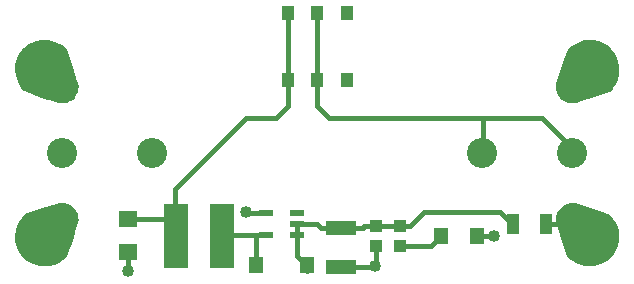
<source format=gbr>
G04 EAGLE Gerber RS-274X export*
G75*
%MOMM*%
%FSLAX34Y34*%
%LPD*%
%INTop Copper*%
%IPPOS*%
%AMOC8*
5,1,8,0,0,1.08239X$1,22.5*%
G01*
%ADD10R,1.270000X1.470000*%
%ADD11R,2.150000X5.500000*%
%ADD12R,2.500000X1.200000*%
%ADD13R,1.600000X1.400000*%
%ADD14R,1.000000X1.100000*%
%ADD15C,2.552700*%
%ADD16R,1.200000X1.400000*%
%ADD17C,3.810000*%
%ADD18R,1.200000X0.550000*%
%ADD19R,1.000000X1.150000*%
%ADD20R,1.000000X1.800000*%
%ADD21C,0.406400*%
%ADD22C,1.016000*%

G36*
X233955Y-95601D02*
X233955Y-95601D01*
X234047Y-95584D01*
X234113Y-95581D01*
X237975Y-94778D01*
X238063Y-94746D01*
X238128Y-94734D01*
X241818Y-93336D01*
X241900Y-93291D01*
X241962Y-93268D01*
X245387Y-91311D01*
X245461Y-91254D01*
X245519Y-91221D01*
X248596Y-88752D01*
X248689Y-88653D01*
X248748Y-88602D01*
X251189Y-85605D01*
X251238Y-85525D01*
X251280Y-85474D01*
X253223Y-82132D01*
X253257Y-82047D01*
X253278Y-82017D01*
X253281Y-82007D01*
X253292Y-81988D01*
X254688Y-78383D01*
X254709Y-78292D01*
X254734Y-78230D01*
X255549Y-74452D01*
X255556Y-74358D01*
X255570Y-74294D01*
X255784Y-70434D01*
X255776Y-70341D01*
X255781Y-70275D01*
X255388Y-66429D01*
X255366Y-66338D01*
X255360Y-66272D01*
X254371Y-62535D01*
X254334Y-62449D01*
X254318Y-62384D01*
X252756Y-58848D01*
X252707Y-58768D01*
X252681Y-58708D01*
X250585Y-55459D01*
X250524Y-55388D01*
X250489Y-55332D01*
X247911Y-52451D01*
X247867Y-52415D01*
X247830Y-52371D01*
X247776Y-52336D01*
X247759Y-52320D01*
X247751Y-52317D01*
X247694Y-52268D01*
X247604Y-52228D01*
X247546Y-52192D01*
X239712Y-48916D01*
X239671Y-48905D01*
X239642Y-48890D01*
X231587Y-46200D01*
X231546Y-46193D01*
X231515Y-46179D01*
X223396Y-44119D01*
X221417Y-43103D01*
X221349Y-43080D01*
X221299Y-43054D01*
X221280Y-43051D01*
X221248Y-43035D01*
X219010Y-42357D01*
X218901Y-42340D01*
X218831Y-42320D01*
X216507Y-42053D01*
X216397Y-42056D01*
X216325Y-42048D01*
X213991Y-42202D01*
X213883Y-42224D01*
X213810Y-42230D01*
X211542Y-42799D01*
X211440Y-42840D01*
X211369Y-42859D01*
X209239Y-43824D01*
X209146Y-43883D01*
X209080Y-43914D01*
X207157Y-45246D01*
X207076Y-45320D01*
X207017Y-45363D01*
X205363Y-47017D01*
X205297Y-47104D01*
X205246Y-47157D01*
X203914Y-49080D01*
X203865Y-49178D01*
X203824Y-49239D01*
X202859Y-51369D01*
X202828Y-51475D01*
X202799Y-51542D01*
X202230Y-53810D01*
X202219Y-53920D01*
X202202Y-53991D01*
X202048Y-56325D01*
X202057Y-56434D01*
X202053Y-56507D01*
X202264Y-58343D01*
X202264Y-58344D01*
X202320Y-58831D01*
X202347Y-58937D01*
X202357Y-59010D01*
X203035Y-61248D01*
X203081Y-61348D01*
X203103Y-61417D01*
X204121Y-63401D01*
X207277Y-75363D01*
X207295Y-75406D01*
X207302Y-75443D01*
X211464Y-87210D01*
X211502Y-87283D01*
X211531Y-87359D01*
X211564Y-87401D01*
X211596Y-87462D01*
X211690Y-87561D01*
X211739Y-87623D01*
X214659Y-90276D01*
X214736Y-90328D01*
X214785Y-90373D01*
X218084Y-92537D01*
X218169Y-92576D01*
X218224Y-92613D01*
X221820Y-94234D01*
X221910Y-94260D01*
X221970Y-94288D01*
X225777Y-95326D01*
X225869Y-95337D01*
X225933Y-95355D01*
X229855Y-95785D01*
X229948Y-95782D01*
X230014Y-95790D01*
X233955Y-95601D01*
G37*
G36*
X-213991Y42202D02*
X-213991Y42202D01*
X-213883Y42224D01*
X-213810Y42230D01*
X-211542Y42799D01*
X-211440Y42840D01*
X-211369Y42859D01*
X-209239Y43824D01*
X-209146Y43883D01*
X-209080Y43914D01*
X-207157Y45246D01*
X-207076Y45320D01*
X-207017Y45363D01*
X-205363Y47017D01*
X-205297Y47104D01*
X-205246Y47157D01*
X-203914Y49080D01*
X-203865Y49178D01*
X-203824Y49239D01*
X-202859Y51369D01*
X-202828Y51475D01*
X-202799Y51542D01*
X-202230Y53810D01*
X-202219Y53920D01*
X-202202Y53991D01*
X-202048Y56325D01*
X-202057Y56434D01*
X-202053Y56507D01*
X-202320Y58831D01*
X-202347Y58937D01*
X-202357Y59010D01*
X-203035Y61248D01*
X-203081Y61348D01*
X-203103Y61417D01*
X-204121Y63401D01*
X-207277Y75363D01*
X-207295Y75406D01*
X-207302Y75443D01*
X-211464Y87210D01*
X-211502Y87283D01*
X-211531Y87359D01*
X-211564Y87401D01*
X-211596Y87462D01*
X-211690Y87561D01*
X-211739Y87623D01*
X-214659Y90276D01*
X-214736Y90328D01*
X-214785Y90373D01*
X-218084Y92537D01*
X-218169Y92576D01*
X-218224Y92613D01*
X-221820Y94234D01*
X-221910Y94260D01*
X-221970Y94288D01*
X-225777Y95326D01*
X-225869Y95337D01*
X-225933Y95355D01*
X-229855Y95785D01*
X-229948Y95782D01*
X-230014Y95790D01*
X-233955Y95601D01*
X-234047Y95584D01*
X-234113Y95581D01*
X-237975Y94778D01*
X-238063Y94746D01*
X-238128Y94734D01*
X-241818Y93336D01*
X-241900Y93291D01*
X-241962Y93268D01*
X-245387Y91311D01*
X-245461Y91254D01*
X-245519Y91221D01*
X-248596Y88752D01*
X-248689Y88653D01*
X-248748Y88602D01*
X-251189Y85605D01*
X-251238Y85525D01*
X-251280Y85474D01*
X-253223Y82132D01*
X-253236Y82100D01*
X-253249Y82080D01*
X-253263Y82037D01*
X-253292Y81988D01*
X-254688Y78383D01*
X-254709Y78292D01*
X-254734Y78230D01*
X-255549Y74452D01*
X-255556Y74358D01*
X-255570Y74294D01*
X-255784Y70434D01*
X-255776Y70341D01*
X-255781Y70275D01*
X-255388Y66429D01*
X-255366Y66338D01*
X-255360Y66272D01*
X-254371Y62535D01*
X-254334Y62449D01*
X-254318Y62384D01*
X-252756Y58848D01*
X-252707Y58768D01*
X-252681Y58708D01*
X-250585Y55459D01*
X-250524Y55388D01*
X-250489Y55332D01*
X-247911Y52451D01*
X-247867Y52415D01*
X-247830Y52371D01*
X-247771Y52334D01*
X-247694Y52268D01*
X-247604Y52228D01*
X-247546Y52192D01*
X-239712Y48916D01*
X-239671Y48905D01*
X-239642Y48890D01*
X-231587Y46200D01*
X-231546Y46193D01*
X-231515Y46179D01*
X-223396Y44119D01*
X-221417Y43103D01*
X-221314Y43067D01*
X-221248Y43035D01*
X-219010Y42357D01*
X-218901Y42340D01*
X-218831Y42320D01*
X-216507Y42053D01*
X-216397Y42056D01*
X-216325Y42048D01*
X-213991Y42202D01*
G37*
G36*
X216434Y42057D02*
X216434Y42057D01*
X216507Y42053D01*
X218831Y42320D01*
X218937Y42347D01*
X219010Y42357D01*
X221248Y43035D01*
X221348Y43081D01*
X221417Y43103D01*
X223401Y44121D01*
X235363Y47277D01*
X235406Y47295D01*
X235443Y47302D01*
X247210Y51464D01*
X247283Y51502D01*
X247359Y51531D01*
X247401Y51564D01*
X247462Y51596D01*
X247561Y51690D01*
X247623Y51739D01*
X250276Y54659D01*
X250328Y54736D01*
X250373Y54785D01*
X252537Y58084D01*
X252576Y58169D01*
X252613Y58224D01*
X254234Y61820D01*
X254260Y61910D01*
X254288Y61970D01*
X255326Y65777D01*
X255337Y65869D01*
X255355Y65933D01*
X255785Y69855D01*
X255782Y69948D01*
X255790Y70014D01*
X255601Y73955D01*
X255584Y74047D01*
X255581Y74113D01*
X254778Y77975D01*
X254746Y78063D01*
X254734Y78128D01*
X253336Y81818D01*
X253291Y81900D01*
X253268Y81962D01*
X251311Y85387D01*
X251254Y85461D01*
X251221Y85519D01*
X250564Y86338D01*
X249750Y87353D01*
X248935Y88368D01*
X248752Y88596D01*
X248653Y88689D01*
X248602Y88748D01*
X245605Y91189D01*
X245525Y91238D01*
X245474Y91280D01*
X242132Y93223D01*
X242045Y93258D01*
X241988Y93292D01*
X238383Y94688D01*
X238292Y94709D01*
X238230Y94734D01*
X234452Y95549D01*
X234358Y95556D01*
X234294Y95570D01*
X230434Y95784D01*
X230341Y95776D01*
X230275Y95781D01*
X226429Y95388D01*
X226338Y95366D01*
X226272Y95360D01*
X222535Y94371D01*
X222449Y94334D01*
X222384Y94318D01*
X218848Y92756D01*
X218768Y92707D01*
X218708Y92681D01*
X215459Y90585D01*
X215388Y90524D01*
X215332Y90489D01*
X212451Y87911D01*
X212415Y87867D01*
X212371Y87830D01*
X212334Y87771D01*
X212268Y87694D01*
X212228Y87604D01*
X212192Y87546D01*
X208916Y79712D01*
X208905Y79671D01*
X208890Y79642D01*
X206200Y71587D01*
X206193Y71546D01*
X206179Y71515D01*
X204119Y63396D01*
X203103Y61417D01*
X203067Y61314D01*
X203035Y61248D01*
X202357Y59010D01*
X202340Y58901D01*
X202320Y58831D01*
X202053Y56507D01*
X202056Y56397D01*
X202048Y56325D01*
X202202Y53991D01*
X202224Y53883D01*
X202230Y53810D01*
X202799Y51542D01*
X202840Y51440D01*
X202859Y51369D01*
X203824Y49239D01*
X203883Y49146D01*
X203914Y49080D01*
X205246Y47157D01*
X205320Y47076D01*
X205363Y47017D01*
X207017Y45363D01*
X207095Y45304D01*
X207124Y45277D01*
X207126Y45276D01*
X207157Y45246D01*
X209080Y43914D01*
X209178Y43865D01*
X209239Y43824D01*
X211369Y42859D01*
X211475Y42828D01*
X211542Y42799D01*
X213810Y42230D01*
X213920Y42219D01*
X213991Y42202D01*
X216325Y42048D01*
X216434Y42057D01*
G37*
G36*
X-230341Y-95776D02*
X-230341Y-95776D01*
X-230275Y-95781D01*
X-226429Y-95388D01*
X-226338Y-95366D01*
X-226272Y-95360D01*
X-222535Y-94371D01*
X-222449Y-94334D01*
X-222384Y-94318D01*
X-218848Y-92756D01*
X-218768Y-92707D01*
X-218708Y-92681D01*
X-215459Y-90585D01*
X-215388Y-90524D01*
X-215332Y-90489D01*
X-212451Y-87911D01*
X-212415Y-87867D01*
X-212371Y-87830D01*
X-212334Y-87771D01*
X-212268Y-87694D01*
X-212228Y-87604D01*
X-212192Y-87546D01*
X-208916Y-79712D01*
X-208905Y-79671D01*
X-208890Y-79642D01*
X-206200Y-71587D01*
X-206193Y-71546D01*
X-206179Y-71515D01*
X-204119Y-63396D01*
X-203103Y-61417D01*
X-203067Y-61314D01*
X-203035Y-61248D01*
X-202357Y-59010D01*
X-202340Y-58901D01*
X-202320Y-58831D01*
X-202053Y-56507D01*
X-202056Y-56397D01*
X-202048Y-56325D01*
X-202202Y-53991D01*
X-202224Y-53883D01*
X-202230Y-53810D01*
X-202799Y-51542D01*
X-202840Y-51440D01*
X-202859Y-51369D01*
X-203824Y-49239D01*
X-203883Y-49146D01*
X-203914Y-49080D01*
X-205246Y-47157D01*
X-205320Y-47076D01*
X-205363Y-47017D01*
X-207017Y-45363D01*
X-207104Y-45297D01*
X-207157Y-45246D01*
X-209080Y-43914D01*
X-209178Y-43865D01*
X-209239Y-43824D01*
X-211369Y-42859D01*
X-211475Y-42828D01*
X-211542Y-42799D01*
X-213810Y-42230D01*
X-213920Y-42219D01*
X-213991Y-42202D01*
X-216325Y-42048D01*
X-216434Y-42057D01*
X-216507Y-42053D01*
X-218831Y-42320D01*
X-218937Y-42347D01*
X-219010Y-42357D01*
X-221248Y-43035D01*
X-221348Y-43081D01*
X-221417Y-43103D01*
X-223401Y-44121D01*
X-235363Y-47277D01*
X-235406Y-47295D01*
X-235443Y-47302D01*
X-247210Y-51464D01*
X-247283Y-51502D01*
X-247359Y-51531D01*
X-247401Y-51564D01*
X-247462Y-51596D01*
X-247561Y-51690D01*
X-247623Y-51739D01*
X-250276Y-54659D01*
X-250328Y-54736D01*
X-250373Y-54785D01*
X-252537Y-58084D01*
X-252576Y-58169D01*
X-252613Y-58224D01*
X-254234Y-61820D01*
X-254260Y-61910D01*
X-254288Y-61970D01*
X-255326Y-65777D01*
X-255337Y-65869D01*
X-255355Y-65933D01*
X-255785Y-69855D01*
X-255782Y-69948D01*
X-255790Y-70014D01*
X-255601Y-73955D01*
X-255584Y-74047D01*
X-255581Y-74113D01*
X-254778Y-77975D01*
X-254746Y-78063D01*
X-254734Y-78128D01*
X-253336Y-81818D01*
X-253291Y-81900D01*
X-253268Y-81962D01*
X-251311Y-85387D01*
X-251254Y-85461D01*
X-251221Y-85519D01*
X-250619Y-86269D01*
X-249805Y-87284D01*
X-249805Y-87285D01*
X-248990Y-88299D01*
X-248990Y-88300D01*
X-248752Y-88596D01*
X-248653Y-88689D01*
X-248602Y-88748D01*
X-245605Y-91189D01*
X-245525Y-91238D01*
X-245474Y-91280D01*
X-242132Y-93223D01*
X-242045Y-93258D01*
X-241988Y-93292D01*
X-238383Y-94688D01*
X-238296Y-94708D01*
X-238283Y-94715D01*
X-238274Y-94717D01*
X-238230Y-94734D01*
X-234452Y-95549D01*
X-234358Y-95556D01*
X-234294Y-95570D01*
X-230434Y-95784D01*
X-230341Y-95776D01*
G37*
D10*
X-51500Y-95000D03*
X-8500Y-95000D03*
D11*
X-80800Y-70000D03*
X-119200Y-70000D03*
D12*
X20000Y-96500D03*
X20000Y-63500D03*
D13*
X-160000Y-84000D03*
X-160000Y-56000D03*
D14*
X50000Y-61500D03*
X50000Y-78500D03*
D15*
X139700Y0D03*
X215900Y0D03*
X-139700Y0D03*
X-215900Y0D03*
D14*
X70000Y-78500D03*
X70000Y-61500D03*
D16*
X105000Y-70000D03*
X135000Y-70000D03*
D17*
X230000Y-70000D03*
X-230000Y70000D03*
X230000Y70000D03*
X-230000Y-70000D03*
D18*
X-16999Y-69500D03*
X-16999Y-60000D03*
X-16999Y-50500D03*
X-43001Y-50500D03*
X-43001Y-69500D03*
D19*
X-25000Y61750D03*
X0Y61750D03*
X25000Y61750D03*
X-25000Y118250D03*
X0Y118250D03*
X25000Y118250D03*
D20*
X166000Y-60000D03*
X194000Y-60000D03*
D21*
X-160000Y-84000D02*
X-160000Y-100000D01*
X-59500Y-50500D02*
X-43001Y-50500D01*
X-59500Y-50500D02*
X-60000Y-50000D01*
X135000Y-70000D02*
X150000Y-70000D01*
X49130Y-95870D02*
X49000Y-96000D01*
X49130Y-95870D02*
X49250Y-95870D01*
X50000Y-95000D02*
X50000Y-78500D01*
X50000Y-95000D02*
X49130Y-95870D01*
X49250Y-95750D02*
X50000Y-95000D01*
X49250Y-95750D02*
X49250Y-95870D01*
X48500Y-96500D02*
X20000Y-96500D01*
X48500Y-96500D02*
X50000Y-95000D01*
D22*
X-160000Y-100000D03*
X-60000Y-50000D03*
X150000Y-70000D03*
X49250Y-95870D03*
D21*
X-80000Y-70000D02*
X-80800Y-70000D01*
X-79500Y-69500D02*
X-51000Y-69500D01*
X-43001Y-69500D01*
X-79500Y-69500D02*
X-80000Y-70000D01*
X-51000Y-70000D02*
X-51000Y-69500D01*
X-51500Y-70500D02*
X-51500Y-95000D01*
X-51500Y-70500D02*
X-51000Y-70000D01*
X-119200Y-70000D02*
X-119200Y-60000D01*
X-120000Y-60000D01*
X-124000Y-56000D02*
X-160000Y-56000D01*
X-124000Y-56000D02*
X-120000Y-60000D01*
X-25000Y40000D02*
X-25000Y60000D01*
X-25000Y40000D02*
X-35000Y30000D01*
X-60000Y30000D01*
X-120000Y-30000D01*
X-120000Y-60000D01*
X-25000Y60000D02*
X-25000Y61750D01*
X-25000Y60000D02*
X-25000Y118250D01*
X-16999Y-69500D02*
X-16999Y-69999D01*
X-16999Y-69500D02*
X-16999Y-60000D01*
X-16999Y-69999D02*
X-17000Y-70000D01*
X-8500Y-95000D02*
X-9000Y-100000D01*
X3500Y-63500D02*
X20000Y-63500D01*
X3500Y-63500D02*
X0Y-60000D01*
X-16999Y-60000D01*
X70000Y-61500D02*
X78500Y-61500D01*
X90000Y-50000D01*
X166000Y-60000D02*
X166000Y-61000D01*
X155000Y-50000D02*
X90000Y-50000D01*
X155000Y-50000D02*
X166000Y-61000D01*
X38500Y-63500D02*
X20000Y-63500D01*
X38500Y-63500D02*
X40000Y-62000D01*
X50500Y-61500D02*
X51000Y-62000D01*
X50500Y-61500D02*
X50000Y-61500D01*
X51000Y-62000D02*
X40000Y-62000D01*
X70000Y-61500D02*
X70000Y-61000D01*
X69500Y-61500D02*
X50000Y-61500D01*
X69500Y-61500D02*
X70000Y-61000D01*
X-8500Y-95000D02*
X-9000Y-95000D01*
X-16999Y-87001D02*
X-16999Y-69500D01*
X-16999Y-87001D02*
X-9000Y-95000D01*
X0Y60000D02*
X0Y61750D01*
X0Y118250D01*
X140000Y30000D02*
X190000Y30000D01*
X215900Y0D02*
X216000Y0D01*
X216000Y4000D02*
X190000Y30000D01*
X216000Y4000D02*
X216000Y0D01*
X140000Y0D02*
X140000Y30000D01*
X0Y40000D02*
X0Y61750D01*
X0Y40000D02*
X10000Y30000D01*
X140000Y30000D01*
X96500Y-78500D02*
X70000Y-78500D01*
X96500Y-78500D02*
X105000Y-70000D01*
X230000Y-70000D02*
X231000Y-69000D01*
X222000Y-60000D02*
X194000Y-60000D01*
X222000Y-60000D02*
X231000Y-69000D01*
M02*

</source>
